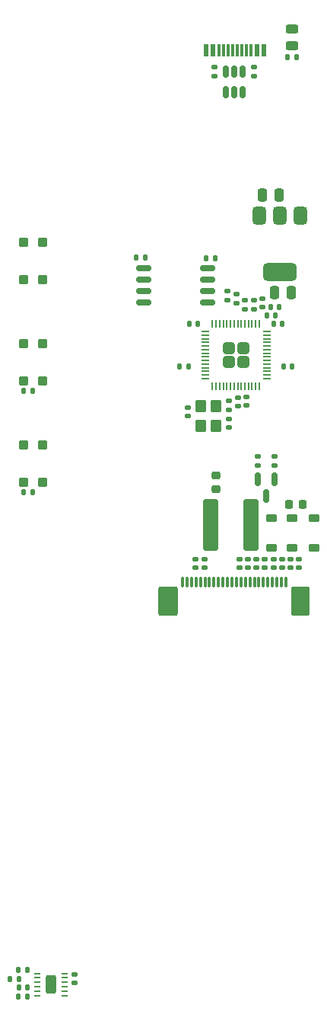
<source format=gbr>
%TF.GenerationSoftware,KiCad,Pcbnew,9.0.6*%
%TF.CreationDate,2026-01-10T23:27:57+00:00*%
%TF.ProjectId,P.P.B.T,502e502e-422e-4542-9e6b-696361645f70,rev?*%
%TF.SameCoordinates,Original*%
%TF.FileFunction,Paste,Top*%
%TF.FilePolarity,Positive*%
%FSLAX46Y46*%
G04 Gerber Fmt 4.6, Leading zero omitted, Abs format (unit mm)*
G04 Created by KiCad (PCBNEW 9.0.6) date 2026-01-10 23:27:57*
%MOMM*%
%LPD*%
G01*
G04 APERTURE LIST*
G04 Aperture macros list*
%AMRoundRect*
0 Rectangle with rounded corners*
0 $1 Rounding radius*
0 $2 $3 $4 $5 $6 $7 $8 $9 X,Y pos of 4 corners*
0 Add a 4 corners polygon primitive as box body*
4,1,4,$2,$3,$4,$5,$6,$7,$8,$9,$2,$3,0*
0 Add four circle primitives for the rounded corners*
1,1,$1+$1,$2,$3*
1,1,$1+$1,$4,$5*
1,1,$1+$1,$6,$7*
1,1,$1+$1,$8,$9*
0 Add four rect primitives between the rounded corners*
20,1,$1+$1,$2,$3,$4,$5,0*
20,1,$1+$1,$4,$5,$6,$7,0*
20,1,$1+$1,$6,$7,$8,$9,0*
20,1,$1+$1,$8,$9,$2,$3,0*%
G04 Aperture macros list end*
%ADD10RoundRect,0.140000X-0.170000X0.140000X-0.170000X-0.140000X0.170000X-0.140000X0.170000X0.140000X0*%
%ADD11RoundRect,0.140000X0.170000X-0.140000X0.170000X0.140000X-0.170000X0.140000X-0.170000X-0.140000X0*%
%ADD12RoundRect,0.140000X-0.140000X-0.170000X0.140000X-0.170000X0.140000X0.170000X-0.140000X0.170000X0*%
%ADD13RoundRect,0.243750X-0.456250X0.243750X-0.456250X-0.243750X0.456250X-0.243750X0.456250X0.243750X0*%
%ADD14RoundRect,0.135000X0.185000X-0.135000X0.185000X0.135000X-0.185000X0.135000X-0.185000X-0.135000X0*%
%ADD15RoundRect,0.225000X0.375000X-0.225000X0.375000X0.225000X-0.375000X0.225000X-0.375000X-0.225000X0*%
%ADD16RoundRect,0.140000X0.140000X0.170000X-0.140000X0.170000X-0.140000X-0.170000X0.140000X-0.170000X0*%
%ADD17RoundRect,0.135000X0.135000X0.185000X-0.135000X0.185000X-0.135000X-0.185000X0.135000X-0.185000X0*%
%ADD18RoundRect,0.250000X-0.600000X-2.600000X0.600000X-2.600000X0.600000X2.600000X-0.600000X2.600000X0*%
%ADD19RoundRect,0.135000X-0.185000X0.135000X-0.185000X-0.135000X0.185000X-0.135000X0.185000X0.135000X0*%
%ADD20RoundRect,0.135000X-0.135000X-0.185000X0.135000X-0.185000X0.135000X0.185000X-0.135000X0.185000X0*%
%ADD21R,0.600000X1.450000*%
%ADD22R,0.300000X1.450000*%
%ADD23RoundRect,0.142500X-0.332500X0.382500X-0.332500X-0.382500X0.332500X-0.382500X0.332500X0.382500X0*%
%ADD24RoundRect,0.375000X-0.375000X0.625000X-0.375000X-0.625000X0.375000X-0.625000X0.375000X0.625000X0*%
%ADD25RoundRect,0.500000X-1.400000X0.500000X-1.400000X-0.500000X1.400000X-0.500000X1.400000X0.500000X0*%
%ADD26RoundRect,0.249999X-0.395001X-0.395001X0.395001X-0.395001X0.395001X0.395001X-0.395001X0.395001X0*%
%ADD27RoundRect,0.050000X-0.387500X-0.050000X0.387500X-0.050000X0.387500X0.050000X-0.387500X0.050000X0*%
%ADD28RoundRect,0.050000X-0.050000X-0.387500X0.050000X-0.387500X0.050000X0.387500X-0.050000X0.387500X0*%
%ADD29RoundRect,0.150000X-0.150000X0.587500X-0.150000X-0.587500X0.150000X-0.587500X0.150000X0.587500X0*%
%ADD30RoundRect,0.250000X0.350000X-0.450000X0.350000X0.450000X-0.350000X0.450000X-0.350000X-0.450000X0*%
%ADD31RoundRect,0.162500X-0.650000X-0.162500X0.650000X-0.162500X0.650000X0.162500X-0.650000X0.162500X0*%
%ADD32RoundRect,0.225000X0.225000X0.250000X-0.225000X0.250000X-0.225000X-0.250000X0.225000X-0.250000X0*%
%ADD33RoundRect,0.225000X-0.375000X0.225000X-0.375000X-0.225000X0.375000X-0.225000X0.375000X0.225000X0*%
%ADD34RoundRect,0.225000X-0.250000X0.225000X-0.250000X-0.225000X0.250000X-0.225000X0.250000X0.225000X0*%
%ADD35RoundRect,0.150000X-0.150000X0.512500X-0.150000X-0.512500X0.150000X-0.512500X0.150000X0.512500X0*%
%ADD36RoundRect,0.075000X-0.075000X-0.525000X0.075000X-0.525000X0.075000X0.525000X-0.075000X0.525000X0*%
%ADD37RoundRect,0.330000X-0.770000X-1.320000X0.770000X-1.320000X0.770000X1.320000X-0.770000X1.320000X0*%
%ADD38RoundRect,0.315000X-0.735000X-1.335000X0.735000X-1.335000X0.735000X1.335000X-0.735000X1.335000X0*%
%ADD39RoundRect,0.250000X-0.250000X-0.475000X0.250000X-0.475000X0.250000X0.475000X-0.250000X0.475000X0*%
%ADD40RoundRect,0.250000X0.315000X0.780000X-0.315000X0.780000X-0.315000X-0.780000X0.315000X-0.780000X0*%
%ADD41RoundRect,0.062500X0.300000X0.062500X-0.300000X0.062500X-0.300000X-0.062500X0.300000X-0.062500X0*%
G04 APERTURE END LIST*
D10*
%TO.C,C26*%
X168931004Y-89076290D03*
X168931004Y-90036290D03*
%TD*%
D11*
%TO.C,C9*%
X161933004Y-60625286D03*
X161933004Y-59665286D03*
%TD*%
D12*
%TO.C,C3*%
X165751004Y-61056290D03*
X166711004Y-61056290D03*
%TD*%
D13*
%TO.C,D1*%
X168133004Y-30150286D03*
X168133004Y-32025286D03*
%TD*%
D14*
%TO.C,R6*%
X161133004Y-72535286D03*
X161133004Y-71515286D03*
%TD*%
D15*
%TO.C,D2*%
X165833004Y-87825286D03*
X165833004Y-84525286D03*
%TD*%
D12*
%TO.C,C16*%
X158595504Y-55656290D03*
X159555504Y-55656290D03*
%TD*%
D16*
%TO.C,C7*%
X156608004Y-67650286D03*
X155648004Y-67650286D03*
%TD*%
D12*
%TO.C,C29*%
X137707294Y-136715286D03*
X138667294Y-136715286D03*
%TD*%
D17*
%TO.C,R5*%
X139258004Y-70383790D03*
X138238004Y-70383790D03*
%TD*%
D18*
%TO.C,L2*%
X159083004Y-85300286D03*
X163583004Y-85300286D03*
%TD*%
D19*
%TO.C,R2*%
X159509502Y-34425286D03*
X159509502Y-35445286D03*
%TD*%
D20*
%TO.C,R14*%
X137657294Y-137715286D03*
X138677294Y-137715286D03*
%TD*%
D11*
%TO.C,C15*%
X161133004Y-74455286D03*
X161133004Y-73495286D03*
%TD*%
D21*
%TO.C,J1*%
X165033004Y-32570286D03*
X164233004Y-32570286D03*
D22*
X163033004Y-32570286D03*
X162033004Y-32570286D03*
X161533004Y-32570286D03*
X160533004Y-32570286D03*
D21*
X159333004Y-32570286D03*
X158533004Y-32570286D03*
X158533004Y-32570286D03*
X159333004Y-32570286D03*
D22*
X160033004Y-32570286D03*
X161033004Y-32570286D03*
X162533004Y-32570286D03*
X163533004Y-32570286D03*
D21*
X164233004Y-32570286D03*
X165033004Y-32570286D03*
%TD*%
D23*
%TO.C,SW3*%
X140408004Y-53878790D03*
X140408004Y-58028790D03*
X138258004Y-53878790D03*
X138258004Y-58028790D03*
%TD*%
D10*
%TO.C,C24*%
X167031004Y-89076290D03*
X167031004Y-90036290D03*
%TD*%
D12*
%TO.C,C4*%
X167203004Y-67675286D03*
X168163004Y-67675286D03*
%TD*%
%TO.C,C6*%
X166101004Y-62956290D03*
X167061004Y-62956290D03*
%TD*%
D15*
%TO.C,D4*%
X170583004Y-87825286D03*
X170583004Y-84525286D03*
%TD*%
D24*
%TO.C,U3*%
X169083004Y-50906290D03*
X166783004Y-50906290D03*
D25*
X166783004Y-57206290D03*
D24*
X164483004Y-50906290D03*
%TD*%
D10*
%TO.C,C18*%
X158381004Y-89076290D03*
X158381004Y-90036290D03*
%TD*%
D26*
%TO.C,U1*%
X161092006Y-65606290D03*
X161092006Y-67206290D03*
X162692006Y-65606290D03*
X162692006Y-67206290D03*
D27*
X158454506Y-63806290D03*
X158454506Y-64206290D03*
X158454506Y-64606290D03*
X158454506Y-65006290D03*
X158454506Y-65406290D03*
X158454506Y-65806290D03*
X158454506Y-66206290D03*
X158454506Y-66606290D03*
X158454506Y-67006290D03*
X158454506Y-67406290D03*
X158454506Y-67806290D03*
X158454506Y-68206290D03*
X158454506Y-68606290D03*
X158454506Y-69006290D03*
D28*
X159292006Y-69843790D03*
X159692006Y-69843790D03*
X160092006Y-69843790D03*
X160492006Y-69843790D03*
X160892006Y-69843790D03*
X161292006Y-69843790D03*
X161692006Y-69843790D03*
X162092006Y-69843790D03*
X162492006Y-69843790D03*
X162892006Y-69843790D03*
X163292006Y-69843790D03*
X163692006Y-69843790D03*
X164092006Y-69843790D03*
X164492006Y-69843790D03*
D27*
X165329506Y-69006290D03*
X165329506Y-68606290D03*
X165329506Y-68206290D03*
X165329506Y-67806290D03*
X165329506Y-67406290D03*
X165329506Y-67006290D03*
X165329506Y-66606290D03*
X165329506Y-66206290D03*
X165329506Y-65806290D03*
X165329506Y-65406290D03*
X165329506Y-65006290D03*
X165329506Y-64606290D03*
X165329506Y-64206290D03*
X165329506Y-63806290D03*
D28*
X164492006Y-62968790D03*
X164092006Y-62968790D03*
X163692006Y-62968790D03*
X163292006Y-62968790D03*
X162892006Y-62968790D03*
X162492006Y-62968790D03*
X162092006Y-62968790D03*
X161692006Y-62968790D03*
X161292006Y-62968790D03*
X160892006Y-62968790D03*
X160492006Y-62968790D03*
X160092006Y-62968790D03*
X159692006Y-62968790D03*
X159292006Y-62968790D03*
%TD*%
D11*
%TO.C,C12*%
X164831004Y-61106290D03*
X164831004Y-60146290D03*
%TD*%
D10*
%TO.C,C17*%
X157431004Y-89076290D03*
X157431004Y-90036290D03*
%TD*%
%TO.C,C5*%
X162133004Y-71145286D03*
X162133004Y-72105286D03*
%TD*%
D29*
%TO.C,Q2*%
X166233004Y-80175286D03*
X164333004Y-80175286D03*
X165283004Y-82050286D03*
%TD*%
D17*
%TO.C,R7*%
X168643004Y-33337786D03*
X167623004Y-33337786D03*
%TD*%
D10*
%TO.C,C19*%
X162281004Y-89076290D03*
X162281004Y-90036290D03*
%TD*%
D30*
%TO.C,Y1*%
X159683004Y-74275286D03*
X159683004Y-72075286D03*
X157983004Y-72075286D03*
X157983004Y-74275286D03*
%TD*%
D31*
%TO.C,U4*%
X151608004Y-56751290D03*
X151608004Y-58021290D03*
X151608004Y-59291290D03*
X151608004Y-60561290D03*
X158783004Y-60561290D03*
X158783004Y-59291290D03*
X158783004Y-58021290D03*
X158783004Y-56751290D03*
%TD*%
D32*
%TO.C,C27*%
X169333004Y-83025286D03*
X167783004Y-83025286D03*
%TD*%
D10*
%TO.C,C22*%
X165131004Y-89076290D03*
X165131004Y-90036290D03*
%TD*%
D33*
%TO.C,D3*%
X168183004Y-84525286D03*
X168183004Y-87825286D03*
%TD*%
D16*
%TO.C,C8*%
X157661004Y-62956290D03*
X156701004Y-62956290D03*
%TD*%
D34*
%TO.C,C28*%
X159633004Y-79750286D03*
X159633004Y-81300286D03*
%TD*%
D35*
%TO.C,U2*%
X162672002Y-34897786D03*
X161722002Y-34897786D03*
X160772002Y-34897786D03*
X160772002Y-37172786D03*
X161722002Y-37172786D03*
X162672002Y-37172786D03*
%TD*%
D23*
%TO.C,SW1*%
X140408004Y-65133790D03*
X140408004Y-69283790D03*
X138258004Y-65133790D03*
X138258004Y-69283790D03*
%TD*%
D19*
%TO.C,R3*%
X162881004Y-60296290D03*
X162881004Y-61316290D03*
%TD*%
D10*
%TO.C,C30*%
X143957294Y-135205286D03*
X143957294Y-136165286D03*
%TD*%
D36*
%TO.C,U5*%
X155954506Y-91625290D03*
X156454506Y-91625290D03*
X156954506Y-91625290D03*
X157454506Y-91625290D03*
X157954506Y-91625290D03*
X158454506Y-91625290D03*
X158954506Y-91625290D03*
X159454506Y-91625290D03*
X159954506Y-91625290D03*
X160454506Y-91625290D03*
X160954506Y-91625290D03*
X161454506Y-91625290D03*
X161954506Y-91625290D03*
X162454506Y-91625290D03*
X162954506Y-91625290D03*
X163454506Y-91625290D03*
X163954506Y-91625290D03*
X164454506Y-91625290D03*
X164954506Y-91625290D03*
X165454506Y-91625290D03*
X165954506Y-91625290D03*
X166454506Y-91625290D03*
X166954506Y-91625290D03*
X167454506Y-91625290D03*
D37*
X154354506Y-93795290D03*
D38*
X169104506Y-93795290D03*
%TD*%
D10*
%TO.C,C25*%
X167981004Y-89076290D03*
X167981004Y-90036290D03*
%TD*%
D20*
%TO.C,R9*%
X138283004Y-81625286D03*
X139303004Y-81625286D03*
%TD*%
D10*
%TO.C,C23*%
X166081004Y-89076290D03*
X166081004Y-90036290D03*
%TD*%
D17*
%TO.C,R8*%
X151805504Y-55606290D03*
X150785504Y-55606290D03*
%TD*%
D12*
%TO.C,C10*%
X165331004Y-62006290D03*
X166291004Y-62006290D03*
%TD*%
D20*
%TO.C,R13*%
X136767294Y-135715286D03*
X137787294Y-135715286D03*
%TD*%
%TO.C,R10*%
X137647294Y-134715286D03*
X138667294Y-134715286D03*
%TD*%
D10*
%TO.C,C11*%
X163081004Y-71056290D03*
X163081004Y-72016290D03*
%TD*%
D11*
%TO.C,C14*%
X156535004Y-73204282D03*
X156535004Y-72244282D03*
%TD*%
D10*
%TO.C,C20*%
X163231004Y-89076290D03*
X163231004Y-90036290D03*
%TD*%
%TO.C,C21*%
X164181004Y-89076290D03*
X164181004Y-90036290D03*
%TD*%
D14*
%TO.C,R11*%
X166233004Y-78700286D03*
X166233004Y-77680286D03*
%TD*%
D23*
%TO.C,SW2*%
X140408004Y-76383790D03*
X140408004Y-80533790D03*
X138258004Y-76383790D03*
X138258004Y-80533790D03*
%TD*%
D19*
%TO.C,R4*%
X163881004Y-60296290D03*
X163881004Y-61316290D03*
%TD*%
D39*
%TO.C,C2*%
X166181004Y-59506290D03*
X168081004Y-59506290D03*
%TD*%
%TO.C,C1*%
X164833004Y-48606290D03*
X166733004Y-48606290D03*
%TD*%
D40*
%TO.C,U6*%
X141294794Y-136365286D03*
D41*
X142807294Y-137615286D03*
X142807294Y-137115286D03*
X142807294Y-136615286D03*
X142807294Y-136115286D03*
X142807294Y-135615286D03*
X142807294Y-135115286D03*
X139782294Y-135115286D03*
X139782294Y-135615286D03*
X139782294Y-136115286D03*
X139782294Y-136615286D03*
X139782294Y-137115286D03*
X139782294Y-137615286D03*
%TD*%
D19*
%TO.C,R1*%
X163909502Y-34425286D03*
X163909502Y-35445286D03*
%TD*%
D11*
%TO.C,C13*%
X160983004Y-60275286D03*
X160983004Y-59315286D03*
%TD*%
D14*
%TO.C,R12*%
X164333004Y-78710286D03*
X164333004Y-77690286D03*
%TD*%
M02*

</source>
